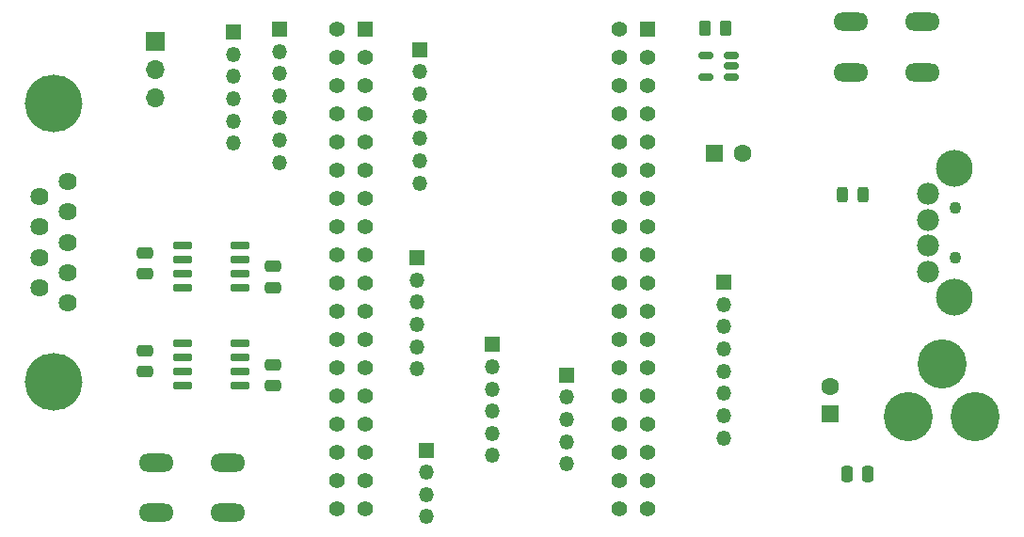
<source format=gbr>
%TF.GenerationSoftware,KiCad,Pcbnew,9.0.0*%
%TF.CreationDate,2025-04-10T12:41:04-04:00*%
%TF.ProjectId,PocketBeagle2Cape_rev1,506f636b-6574-4426-9561-676c65324361,rev?*%
%TF.SameCoordinates,Original*%
%TF.FileFunction,Soldermask,Top*%
%TF.FilePolarity,Negative*%
%FSLAX46Y46*%
G04 Gerber Fmt 4.6, Leading zero omitted, Abs format (unit mm)*
G04 Created by KiCad (PCBNEW 9.0.0) date 2025-04-10 12:41:04*
%MOMM*%
%LPD*%
G01*
G04 APERTURE LIST*
G04 Aperture macros list*
%AMRoundRect*
0 Rectangle with rounded corners*
0 $1 Rounding radius*
0 $2 $3 $4 $5 $6 $7 $8 $9 X,Y pos of 4 corners*
0 Add a 4 corners polygon primitive as box body*
4,1,4,$2,$3,$4,$5,$6,$7,$8,$9,$2,$3,0*
0 Add four circle primitives for the rounded corners*
1,1,$1+$1,$2,$3*
1,1,$1+$1,$4,$5*
1,1,$1+$1,$6,$7*
1,1,$1+$1,$8,$9*
0 Add four rect primitives between the rounded corners*
20,1,$1+$1,$2,$3,$4,$5,0*
20,1,$1+$1,$4,$5,$6,$7,0*
20,1,$1+$1,$6,$7,$8,$9,0*
20,1,$1+$1,$8,$9,$2,$3,0*%
G04 Aperture macros list end*
%ADD10RoundRect,0.250000X0.250000X0.475000X-0.250000X0.475000X-0.250000X-0.475000X0.250000X-0.475000X0*%
%ADD11R,1.350000X1.350000*%
%ADD12O,1.350000X1.350000*%
%ADD13RoundRect,0.150000X-0.725000X-0.150000X0.725000X-0.150000X0.725000X0.150000X-0.725000X0.150000X0*%
%ADD14C,1.100000*%
%ADD15C,1.981200*%
%ADD16C,3.317600*%
%ADD17O,3.149600X1.625600*%
%ADD18R,1.600000X1.600000*%
%ADD19C,1.600000*%
%ADD20RoundRect,0.250000X0.475000X-0.250000X0.475000X0.250000X-0.475000X0.250000X-0.475000X-0.250000X0*%
%ADD21C,4.419600*%
%ADD22RoundRect,0.250000X-0.262500X-0.450000X0.262500X-0.450000X0.262500X0.450000X-0.262500X0.450000X0*%
%ADD23R,1.700000X1.700000*%
%ADD24O,1.700000X1.700000*%
%ADD25RoundRect,0.150000X0.512500X0.150000X-0.512500X0.150000X-0.512500X-0.150000X0.512500X-0.150000X0*%
%ADD26C,1.625600*%
%ADD27C,5.181600*%
%ADD28RoundRect,0.243750X0.243750X0.456250X-0.243750X0.456250X-0.243750X-0.456250X0.243750X-0.456250X0*%
%ADD29RoundRect,0.050800X-0.654000X0.654000X-0.654000X-0.654000X0.654000X-0.654000X0.654000X0.654000X0*%
%ADD30C,1.409600*%
G04 APERTURE END LIST*
D10*
%TO.C,C6*%
X176500000Y-123300000D03*
X174600000Y-123300000D03*
%TD*%
D11*
%TO.C,P8*%
X119475000Y-83525000D03*
D12*
X119475000Y-85525000D03*
X119475000Y-87525000D03*
X119475000Y-89525000D03*
X119475000Y-91525000D03*
X119475000Y-93525000D03*
%TD*%
D13*
%TO.C,U2*%
X114875000Y-111545000D03*
X114875000Y-112815000D03*
X114875000Y-114085000D03*
X114875000Y-115355000D03*
X120025000Y-115355000D03*
X120025000Y-114085000D03*
X120025000Y-112815000D03*
X120025000Y-111545000D03*
%TD*%
D11*
%TO.C,P9*%
X136210000Y-85100000D03*
D12*
X136210000Y-87100000D03*
X136210000Y-89100000D03*
X136210000Y-91100000D03*
X136210000Y-93100000D03*
X136210000Y-95100000D03*
X136210000Y-97100000D03*
%TD*%
D11*
%TO.C,P3*%
X149410000Y-114400000D03*
D12*
X149410000Y-116400000D03*
X149410000Y-118400000D03*
X149410000Y-120400000D03*
X149410000Y-122400000D03*
%TD*%
D14*
%TO.C,P1*%
X184410200Y-103850000D03*
X184410200Y-99350000D03*
D15*
X181910200Y-102727000D03*
X181910200Y-100473000D03*
D16*
X184310200Y-107400000D03*
X184310200Y-95800000D03*
D15*
X181910200Y-105100000D03*
X181910200Y-98100000D03*
%TD*%
D17*
%TO.C,S1*%
X112448800Y-122289400D03*
X118951200Y-122289400D03*
X112448800Y-126810600D03*
X118951200Y-126810600D03*
%TD*%
D11*
%TO.C,P7*%
X135950000Y-103850000D03*
D12*
X135950000Y-105850000D03*
X135950000Y-107850000D03*
X135950000Y-109850000D03*
X135950000Y-111850000D03*
X135950000Y-113850000D03*
%TD*%
D18*
%TO.C,C5*%
X173150000Y-117900000D03*
D19*
X173150000Y-115400000D03*
%TD*%
D20*
%TO.C,C4*%
X111450000Y-114100000D03*
X111450000Y-112200000D03*
%TD*%
D21*
%TO.C,P2*%
X186171100Y-118128700D03*
X183171100Y-113428700D03*
X180171100Y-118128700D03*
%TD*%
D22*
%TO.C,R1*%
X161887500Y-83200000D03*
X163712500Y-83200000D03*
%TD*%
D20*
%TO.C,C7*%
X122950000Y-106500000D03*
X122950000Y-104600000D03*
%TD*%
D11*
%TO.C,P10*%
X142730000Y-111650000D03*
D12*
X142730000Y-113650000D03*
X142730000Y-115650000D03*
X142730000Y-117650000D03*
X142730000Y-119650000D03*
X142730000Y-121650000D03*
%TD*%
D13*
%TO.C,U3*%
X114875000Y-102745000D03*
X114875000Y-104015000D03*
X114875000Y-105285000D03*
X114875000Y-106555000D03*
X120025000Y-106555000D03*
X120025000Y-105285000D03*
X120025000Y-104015000D03*
X120025000Y-102745000D03*
%TD*%
D23*
%TO.C,P11*%
X112400000Y-84350000D03*
D24*
X112400000Y-86890000D03*
X112400000Y-89430000D03*
%TD*%
D20*
%TO.C,C3*%
X111450000Y-105300000D03*
X111450000Y-103400000D03*
%TD*%
D11*
%TO.C,P4*%
X163550000Y-106050000D03*
D12*
X163550000Y-108050000D03*
X163550000Y-110050000D03*
X163550000Y-112050000D03*
X163550000Y-114050000D03*
X163550000Y-116050000D03*
X163550000Y-118050000D03*
X163550000Y-120050000D03*
%TD*%
D11*
%TO.C,P5*%
X136800000Y-121150000D03*
D12*
X136800000Y-123150000D03*
X136800000Y-125150000D03*
X136800000Y-127150000D03*
%TD*%
D18*
%TO.C,C9*%
X162700000Y-94400000D03*
D19*
X165200000Y-94400000D03*
%TD*%
D25*
%TO.C,U4*%
X164237500Y-87550000D03*
X164237500Y-86600000D03*
X164237500Y-85650000D03*
X161962500Y-85650000D03*
X161962500Y-87550000D03*
%TD*%
D17*
%TO.C,S2*%
X174948800Y-82589400D03*
X181451200Y-82589400D03*
X174948800Y-87110600D03*
X181451200Y-87110600D03*
%TD*%
D11*
%TO.C,P6*%
X123600000Y-83250000D03*
D12*
X123600000Y-85250000D03*
X123600000Y-87250000D03*
X123600000Y-89250000D03*
X123600000Y-91250000D03*
X123600000Y-93250000D03*
X123600000Y-95250000D03*
%TD*%
D20*
%TO.C,C8*%
X122950000Y-115350000D03*
X122950000Y-113450000D03*
%TD*%
D26*
%TO.C,P12*%
X104491100Y-107936400D03*
X104491100Y-105193200D03*
X104491100Y-102450000D03*
X104491100Y-99706800D03*
X104491100Y-96963600D03*
X101951100Y-106564800D03*
X101951100Y-103821600D03*
X101951100Y-101078400D03*
X101951100Y-98335200D03*
D27*
X103221100Y-114972200D03*
X103221100Y-89927800D03*
%TD*%
D28*
%TO.C,FB1*%
X176087500Y-98150000D03*
X174212500Y-98150000D03*
%TD*%
D29*
%TO.C,U1*%
X156700000Y-83220000D03*
D30*
X154160000Y-83220000D03*
X156700000Y-85760000D03*
X154160000Y-85760000D03*
X156700000Y-88300000D03*
X154160000Y-88300000D03*
X156700000Y-90840000D03*
X154160000Y-90840000D03*
X156700000Y-93380000D03*
X154160000Y-93380000D03*
X156700000Y-95920000D03*
X154160000Y-95920000D03*
X156700000Y-98460000D03*
X154160000Y-98460000D03*
X156700000Y-101000000D03*
X154160000Y-101000000D03*
X156700000Y-103540000D03*
X154160000Y-103540000D03*
X156700000Y-106080000D03*
X154160000Y-106080000D03*
X156700000Y-108620000D03*
X154160000Y-108620000D03*
X156700000Y-111160000D03*
X154160000Y-111160000D03*
X156700000Y-113700000D03*
X154160000Y-113700000D03*
X156700000Y-116240000D03*
X154160000Y-116240000D03*
X156700000Y-118780000D03*
X154160000Y-118780000D03*
X156700000Y-121320000D03*
X154160000Y-121320000D03*
X156700000Y-123860000D03*
X154160000Y-123860000D03*
X156700000Y-126400000D03*
X154160000Y-126400000D03*
D29*
X131300000Y-83220000D03*
D30*
X128760000Y-83220000D03*
X131300000Y-85760000D03*
X128760000Y-85760000D03*
X131300000Y-88300000D03*
X128760000Y-88300000D03*
X131300000Y-90840000D03*
X128760000Y-90840000D03*
X131300000Y-93380000D03*
X128760000Y-93380000D03*
X131300000Y-95920000D03*
X128760000Y-95920000D03*
X131300000Y-98460000D03*
X128760000Y-98460000D03*
X131300000Y-101000000D03*
X128760000Y-101000000D03*
X131300000Y-103540000D03*
X128760000Y-103540000D03*
X131300000Y-106080000D03*
X128760000Y-106080000D03*
X131300000Y-108620000D03*
X128760000Y-108620000D03*
X131300000Y-111160000D03*
X128760000Y-111160000D03*
X131300000Y-113700000D03*
X128760000Y-113700000D03*
X131300000Y-116240000D03*
X128760000Y-116240000D03*
X131300000Y-118780000D03*
X128760000Y-118780000D03*
X131300000Y-121320000D03*
X128760000Y-121320000D03*
X131300000Y-123860000D03*
X128760000Y-123860000D03*
X131300000Y-126400000D03*
X128760000Y-126400000D03*
%TD*%
M02*

</source>
